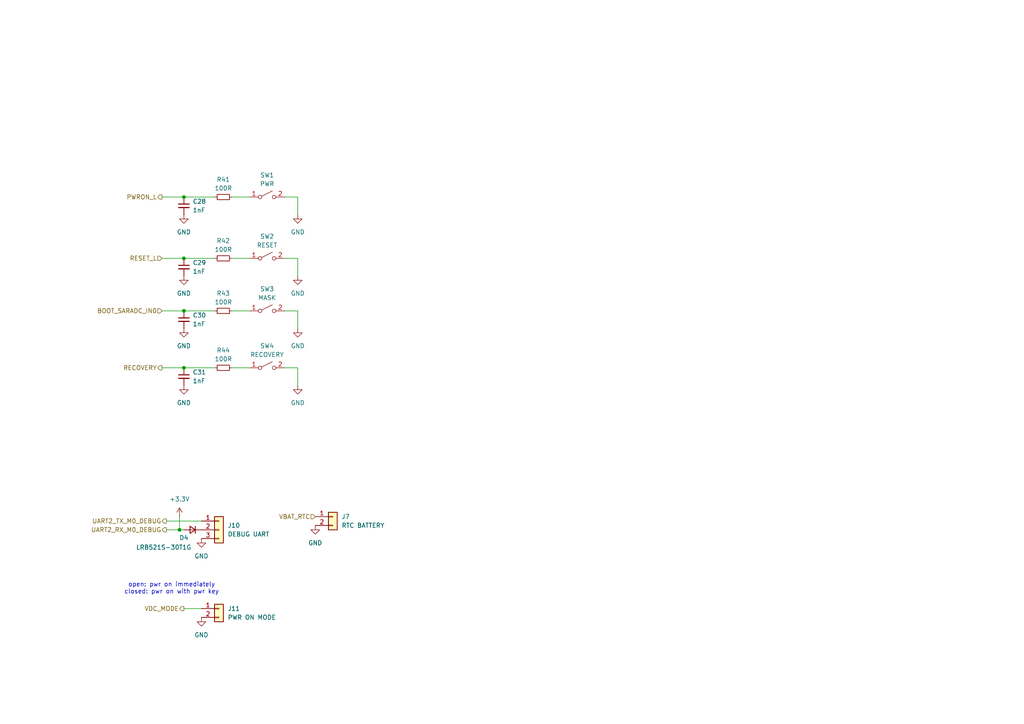
<source format=kicad_sch>
(kicad_sch (version 20240417) (generator "eeschema") (generator_version "8.99")
  (paper "A4")
  (title_block (title "anyon e") (date "2024-06-12") (rev "V0.1") (company "Byran Huang") (comment 4 "Proof of concept board for feature verification"))
  (lib_symbols
    (symbol "Connector_Generic:Conn_01x02" (pin_names (offset 1.016) hide)
      (property "Reference" "J" (at 0 2.54 0))
      (property "Value" "Conn_01x02" (at 0 -5.08 0))
      (symbol "Conn_01x02_1_1"
        (rectangle (start -1.27 1.27) (end 1.27 -3.81) (stroke (width 0.254)) (fill (type background)))
        (rectangle (start -1.27 0.127) (end 0 -0.127) (stroke (width 0.1524)))
        (rectangle (start -1.27 -2.413) (end 0 -2.667) (stroke (width 0.1524)))
        (pin passive line (at -5.08 0 0) (length 3.81) (name "Pin_1") (number "1"))
        (pin passive line (at -5.08 -2.54 0) (length 3.81) (name "Pin_2") (number "2"))
      )
    )
    (symbol "Connector_Generic:Conn_01x03" (pin_names (offset 1.016) hide)
      (property "Reference" "J" (at 0 5.08 0))
      (property "Value" "Conn_01x03" (at 0 -5.08 0))
      (symbol "Conn_01x03_1_1"
        (rectangle (start -1.27 3.81) (end 1.27 -3.81) (stroke (width 0.254)) (fill (type background)))
        (rectangle (start -1.27 2.667) (end 0 2.413) (stroke (width 0.1524)))
        (rectangle (start -1.27 0.127) (end 0 -0.127) (stroke (width 0.1524)))
        (rectangle (start -1.27 -2.413) (end 0 -2.667) (stroke (width 0.1524)))
        (pin passive line (at -5.08 2.54 0) (length 3.81) (name "Pin_1") (number "1"))
        (pin passive line (at -5.08 0 0) (length 3.81) (name "Pin_2") (number "2"))
        (pin passive line (at -5.08 -2.54 0) (length 3.81) (name "Pin_3") (number "3"))
      )
    )
    (symbol "Device:C_Small" (pin_numbers hide) (pin_names (offset 0.254) hide)
      (property "Reference" "C" (at 0.254 1.778 0))
      (property "Value" "C_Small" (at 0.254 -2.032 0))
      (symbol "C_Small_0_1"
        (polyline (pts (xy -1.524 0.508) (xy 1.524 0.508)) (stroke (width 0.3048)))
        (polyline (pts (xy -1.524 -0.508) (xy 1.524 -0.508)) (stroke (width 0.3302)))
      )
      (symbol "C_Small_1_1"
        (pin passive line (at 0 2.54 270) (length 2.032) (name "~") (number "1"))
        (pin passive line (at 0 -2.54 90) (length 2.032) (name "~") (number "2"))
      )
    )
    (symbol "Device:D_Small" (pin_numbers hide) (pin_names (offset 0.254) hide)
      (property "Reference" "D" (at -1.27 2.032 0))
      (property "Value" "D_Small" (at -3.81 -2.032 0))
      (symbol "D_Small_0_1"
        (polyline (pts (xy -0.762 0) (xy 0.762 0)))
        (polyline (pts (xy -0.762 -1.016) (xy -0.762 1.016)) (stroke (width 0.254)))
        (polyline (pts (xy 0.762 -1.016) (xy -0.762 0) (xy 0.762 1.016) (xy 0.762 -1.016)) (stroke (width 0.254)))
      )
      (symbol "D_Small_1_1"
        (pin passive line (at -2.54 0 0) (length 1.778) (name "K") (number "1"))
        (pin passive line (at 2.54 0 180) (length 1.778) (name "A") (number "2"))
      )
    )
    (symbol "Device:R_Small" (pin_numbers hide) (pin_names (offset 0.254) hide)
      (property "Reference" "R" (at 0.762 0.508 0))
      (property "Value" "R_Small" (at 0.762 -1.016 0))
      (symbol "R_Small_0_1"
        (rectangle (start -0.762 1.778) (end 0.762 -1.778) (stroke (width 0.2032)))
      )
      (symbol "R_Small_1_1"
        (pin passive line (at 0 2.54 270) (length 0.762) (name "~") (number "1"))
        (pin passive line (at 0 -2.54 90) (length 0.762) (name "~") (number "2"))
      )
    )
    (symbol "Switch:SW_SPST" (pin_names (offset 0) hide)
      (property "Reference" "SW" (at 0 3.175 0))
      (property "Value" "SW_SPST" (at 0 -2.54 0))
      (symbol "SW_SPST_0_0"
        (circle (center -2.032 0) (radius 0.508))
        (polyline (pts (xy -1.524 0.254) (xy 1.524 1.778)))
        (circle (center 2.032 0) (radius 0.508))
      )
      (symbol "SW_SPST_1_1"
        (pin passive line (at -5.08 0 0) (length 2.54) (name "A") (number "1"))
        (pin passive line (at 5.08 0 180) (length 2.54) (name "B") (number "2"))
      )
    )
    (symbol "power:+3.3V" (power) (pin_numbers hide) (pin_names (offset 0) hide)
      (property "Value" "+3.3V" (at 0 3.556 0))
      (symbol "+3.3V_0_1"
        (polyline (pts (xy -0.762 1.27) (xy 0 2.54)))
        (polyline (pts (xy 0 2.54) (xy 0.762 1.27)))
        (polyline (pts (xy 0 0) (xy 0 2.54)))
      )
      (symbol "+3.3V_1_1"
        (pin power_in line (at 0 0 90) (length 0) (name "~") (number "1"))
      )
    )
    (symbol "power:GND" (power) (pin_numbers hide) (pin_names (offset 0) hide)
      (property "Value" "GND" (at 0 -3.81 0))
      (symbol "GND_0_1"
        (polyline (pts (xy 0 0) (xy 0 -1.27) (xy 1.27 -1.27) (xy 0 -2.54) (xy -1.27 -1.27) (xy 0 -1.27)))
      )
      (symbol "GND_1_1"
        (pin power_in line (at 0 0 270) (length 0) (name "~") (number "1"))
      )
    )
  )
  (text "open: pwr on immediately\nclosed: pwr on with pwr key" (at 49.784 170.688 0) (effects (font (size 1.27 1.27))))
  (junction (at 53.34 74.93))
  (junction (at 53.34 57.15))
  (junction (at 52.07 153.67))
  (junction (at 53.34 90.17))
  (junction (at 53.34 106.68))
  (wire (pts (xy 67.31 74.93) (xy 72.39 74.93)))
  (wire (pts (xy 53.34 176.53) (xy 58.42 176.53)))
  (wire (pts (xy 67.31 106.68) (xy 72.39 106.68)))
  (wire (pts (xy 53.34 106.68) (xy 62.23 106.68)))
  (wire (pts (xy 86.36 90.17) (xy 86.36 95.25)))
  (wire (pts (xy 52.07 153.67) (xy 53.34 153.67)))
  (wire (pts (xy 86.36 74.93) (xy 86.36 80.01)))
  (wire (pts (xy 46.99 90.17) (xy 53.34 90.17)))
  (wire (pts (xy 52.07 153.67) (xy 52.07 149.86)))
  (wire (pts (xy 53.34 74.93) (xy 62.23 74.93)))
  (wire (pts (xy 48.26 151.13) (xy 58.42 151.13)))
  (wire (pts (xy 53.34 90.17) (xy 62.23 90.17)))
  (wire (pts (xy 86.36 57.15) (xy 82.55 57.15)))
  (wire (pts (xy 86.36 106.68) (xy 82.55 106.68)))
  (wire (pts (xy 53.34 57.15) (xy 62.23 57.15)))
  (wire (pts (xy 86.36 74.93) (xy 82.55 74.93)))
  (wire (pts (xy 46.99 106.68) (xy 53.34 106.68)))
  (wire (pts (xy 67.31 57.15) (xy 72.39 57.15)))
  (wire (pts (xy 48.26 153.67) (xy 52.07 153.67)))
  (wire (pts (xy 67.31 90.17) (xy 72.39 90.17)))
  (wire (pts (xy 46.99 74.93) (xy 53.34 74.93)))
  (wire (pts (xy 46.99 57.15) (xy 53.34 57.15)))
  (wire (pts (xy 86.36 57.15) (xy 86.36 62.23)))
  (wire (pts (xy 86.36 90.17) (xy 82.55 90.17)))
  (wire (pts (xy 86.36 106.68) (xy 86.36 111.76)))
  (hierarchical_label "RECOVERY" (shape output) (at 46.99 106.68 180))
  (hierarchical_label "UART2_TX_M0_DEBUG" (shape output) (at 48.26 151.13 180))
  (hierarchical_label "VDC_MODE" (shape output) (at 53.34 176.53 180))
  (hierarchical_label "UART2_RX_M0_DEBUG" (shape output) (at 48.26 153.67 180))
  (hierarchical_label "RESET_L" (shape input) (at 46.99 74.93 180))
  (hierarchical_label "BOOT_SARADC_IN0" (shape input) (at 46.99 90.17 180))
  (hierarchical_label "PWRON_L" (shape output) (at 46.99 57.15 180))
  (hierarchical_label "VBAT_RTC" (shape input) (at 91.44 149.86 180))
  (symbol (lib_id "Device:R_Small") (at 64.77 74.93 90) (unit 1)
    (property "Reference" "R42" (at 64.77 69.85 90))
    (property "Value" "100R" (at 64.77 72.39 90))
    (property "Description" "Resistor, small symbol" (effects (hide yes)))
  )
  (symbol (lib_id "Device:D_Small") (at 55.88 153.67 180) (unit 1)
    (property "Reference" "D4" (at 53.34 155.956 0))
    (property "Value" "LRB521S-30T1G" (at 47.498 158.75 0))
    (property "Description" "Diode, small symbol" (effects (hide yes)))
    (property "Sim.Device" "D" (effects (hide yes)))
    (property "Sim.Pins" "1=K 2=A" (effects (hide yes)))
  )
  (symbol (lib_id "power:GND") (at 86.36 62.23 0) (unit 1)
    (property "Reference" "#PWR055" (effects (hide yes)))
    (property "Value" "GND" (at 86.36 67.31 0))
    (property "Description" "Power symbol creates a global label with name \"GND\" , ground" (effects (hide yes)))
  )
  (symbol (lib_id "power:GND") (at 53.34 111.76 0) (unit 1)
    (property "Reference" "#PWR062" (effects (hide yes)))
    (property "Value" "GND" (at 53.34 116.84 0))
    (property "Description" "Power symbol creates a global label with name \"GND\" , ground" (effects (hide yes)))
  )
  (symbol (lib_id "power:GND") (at 58.42 179.07 0) (unit 1)
    (property "Reference" "#PWR067" (effects (hide yes)))
    (property "Value" "GND" (at 58.42 184.15 0))
    (property "Description" "Power symbol creates a global label with name \"GND\" , ground" (effects (hide yes)))
  )
  (symbol (lib_id "Device:C_Small") (at 53.34 59.69 0) (unit 1)
    (property "Reference" "C28" (at 55.88 58.4262 0) (effects (justify left)))
    (property "Value" "1nF" (at 55.88 60.9662 0) (effects (justify left)))
    (property "Description" "Unpolarized capacitor, small symbol" (effects (hide yes)))
  )
  (symbol (lib_id "Switch:SW_SPST") (at 77.47 74.93 0) (unit 1)
    (property "Reference" "SW2" (at 77.47 68.58 0))
    (property "Value" "RESET" (at 77.47 71.12 0))
    (property "Description" "Single Pole Single Throw (SPST) switch" (effects (hide yes)))
  )
  (symbol (lib_id "power:GND") (at 86.36 95.25 0) (unit 1)
    (property "Reference" "#PWR061" (effects (hide yes)))
    (property "Value" "GND" (at 86.36 100.33 0))
    (property "Description" "Power symbol creates a global label with name \"GND\" , ground" (effects (hide yes)))
  )
  (symbol (lib_id "power:GND") (at 53.34 95.25 0) (unit 1)
    (property "Reference" "#PWR060" (effects (hide yes)))
    (property "Value" "GND" (at 53.34 100.33 0))
    (property "Description" "Power symbol creates a global label with name \"GND\" , ground" (effects (hide yes)))
  )
  (symbol (lib_id "power:GND") (at 86.36 80.01 0) (unit 1)
    (property "Reference" "#PWR059" (effects (hide yes)))
    (property "Value" "GND" (at 86.36 85.09 0))
    (property "Description" "Power symbol creates a global label with name \"GND\" , ground" (effects (hide yes)))
  )
  (symbol (lib_id "Switch:SW_SPST") (at 77.47 106.68 0) (unit 1)
    (property "Reference" "SW4" (at 77.47 100.33 0))
    (property "Value" "RECOVERY" (at 77.47 102.87 0))
    (property "Description" "Single Pole Single Throw (SPST) switch" (effects (hide yes)))
  )
  (symbol (lib_id "Device:R_Small") (at 64.77 57.15 90) (unit 1)
    (property "Reference" "R41" (at 64.77 52.07 90))
    (property "Value" "100R" (at 64.77 54.61 90))
    (property "Description" "Resistor, small symbol" (effects (hide yes)))
  )
  (symbol (lib_id "Connector_Generic:Conn_01x02") (at 63.5 176.53 0) (unit 1)
    (property "Reference" "J11" (at 66.04 176.5299 0) (effects (justify left)))
    (property "Value" "PWR ON MODE" (at 66.04 179.0699 0) (effects (justify left)))
    (property "Description" "Generic connector, single row, 01x02, script generated (kicad-library-utils/schlib/autogen/connector/)" (effects (hide yes)))
  )
  (symbol (lib_id "Device:R_Small") (at 64.77 106.68 90) (unit 1)
    (property "Reference" "R44" (at 64.77 101.6 90))
    (property "Value" "100R" (at 64.77 104.14 90))
    (property "Description" "Resistor, small symbol" (effects (hide yes)))
  )
  (symbol (lib_id "Device:R_Small") (at 64.77 90.17 90) (unit 1)
    (property "Reference" "R43" (at 64.77 85.09 90))
    (property "Value" "100R" (at 64.77 87.63 90))
    (property "Description" "Resistor, small symbol" (effects (hide yes)))
  )
  (symbol (lib_id "Switch:SW_SPST") (at 77.47 57.15 0) (unit 1)
    (property "Reference" "SW1" (at 77.47 50.8 0))
    (property "Value" "PWR" (at 77.47 53.34 0))
    (property "Description" "Single Pole Single Throw (SPST) switch" (effects (hide yes)))
  )
  (symbol (lib_id "power:GND") (at 53.34 80.01 0) (unit 1)
    (property "Reference" "#PWR058" (effects (hide yes)))
    (property "Value" "GND" (at 53.34 85.09 0))
    (property "Description" "Power symbol creates a global label with name \"GND\" , ground" (effects (hide yes)))
  )
  (symbol (lib_id "power:+3.3V") (at 52.07 149.86 0) (unit 1)
    (property "Reference" "#PWR065" (effects (hide yes)))
    (property "Value" "+3.3V" (at 52.07 144.78 0))
    (property "Description" "Power symbol creates a global label with name \"+3.3V\"" (effects (hide yes)))
  )
  (symbol (lib_id "Connector_Generic:Conn_01x02") (at 96.52 149.86 0) (unit 1)
    (property "Reference" "J7" (at 99.06 149.8599 0) (effects (justify left)))
    (property "Value" "RTC BATTERY" (at 99.06 152.3999 0) (effects (justify left)))
    (property "Description" "Generic connector, single row, 01x02, script generated (kicad-library-utils/schlib/autogen/connector/)" (effects (hide yes)))
  )
  (symbol (lib_id "Connector_Generic:Conn_01x03") (at 63.5 153.67 0) (unit 1)
    (property "Reference" "J10" (at 66.04 152.3999 0) (effects (justify left)))
    (property "Value" "DEBUG UART" (at 66.04 154.9399 0) (effects (justify left)))
    (property "Description" "Generic connector, single row, 01x03, script generated (kicad-library-utils/schlib/autogen/connector/)" (effects (hide yes)))
  )
  (symbol (lib_id "power:GND") (at 86.36 111.76 0) (unit 1)
    (property "Reference" "#PWR063" (effects (hide yes)))
    (property "Value" "GND" (at 86.36 116.84 0))
    (property "Description" "Power symbol creates a global label with name \"GND\" , ground" (effects (hide yes)))
  )
  (symbol (lib_id "power:GND") (at 53.34 62.23 0) (unit 1)
    (property "Reference" "#PWR054" (effects (hide yes)))
    (property "Value" "GND" (at 53.34 67.31 0))
    (property "Description" "Power symbol creates a global label with name \"GND\" , ground" (effects (hide yes)))
  )
  (symbol (lib_id "Device:C_Small") (at 53.34 77.47 0) (unit 1)
    (property "Reference" "C29" (at 55.88 76.2062 0) (effects (justify left)))
    (property "Value" "1nF" (at 55.88 78.7462 0) (effects (justify left)))
    (property "Description" "Unpolarized capacitor, small symbol" (effects (hide yes)))
  )
  (symbol (lib_id "Device:C_Small") (at 53.34 109.22 0) (unit 1)
    (property "Reference" "C31" (at 55.88 107.9562 0) (effects (justify left)))
    (property "Value" "1nF" (at 55.88 110.4962 0) (effects (justify left)))
    (property "Description" "Unpolarized capacitor, small symbol" (effects (hide yes)))
  )
  (symbol (lib_id "Switch:SW_SPST") (at 77.47 90.17 0) (unit 1)
    (property "Reference" "SW3" (at 77.47 83.82 0))
    (property "Value" "MASK" (at 77.47 86.36 0))
    (property "Description" "Single Pole Single Throw (SPST) switch" (effects (hide yes)))
  )
  (symbol (lib_id "Device:C_Small") (at 53.34 92.71 0) (unit 1)
    (property "Reference" "C30" (at 55.88 91.4462 0) (effects (justify left)))
    (property "Value" "1nF" (at 55.88 93.9862 0) (effects (justify left)))
    (property "Description" "Unpolarized capacitor, small symbol" (effects (hide yes)))
  )
  (symbol (lib_id "power:GND") (at 91.44 152.4 0) (unit 1)
    (property "Reference" "#PWR064" (effects (hide yes)))
    (property "Value" "GND" (at 91.44 157.48 0))
    (property "Description" "Power symbol creates a global label with name \"GND\" , ground" (effects (hide yes)))
  )
  (symbol (lib_id "power:GND") (at 58.42 156.21 0) (unit 1)
    (property "Reference" "#PWR066" (effects (hide yes)))
    (property "Value" "GND" (at 58.42 161.29 0))
    (property "Description" "Power symbol creates a global label with name \"GND\" , ground" (effects (hide yes)))
  )
)
</source>
